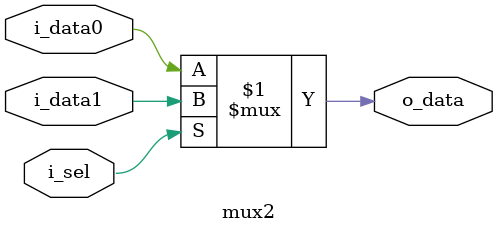
<source format=v>
module mux2
(
	output						o_data,
	input						i_data0,
	input						i_data1,
	input						i_sel
);

	assign o_data = i_sel ? i_data1 : i_data0;

endmodule

</source>
